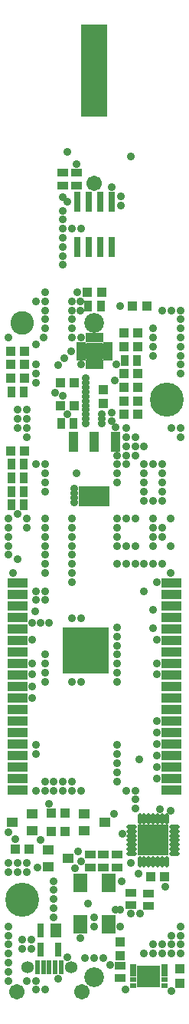
<source format=gbr>
G04 EAGLE Gerber RS-274X export*
G75*
%MOMM*%
%FSLAX34Y34*%
%LPD*%
%INSoldermask Top*%
%IPPOS*%
%AMOC8*
5,1,8,0,0,1.08239X$1,22.5*%
G01*
%ADD10R,1.182300X0.860600*%
%ADD11R,0.860600X1.182300*%
%ADD12R,1.295600X0.975000*%
%ADD13R,1.072900X1.132300*%
%ADD14R,2.203200X1.103200*%
%ADD15R,5.203200X5.203200*%
%ADD16R,0.792400X2.171700*%
%ADD17C,0.467200*%
%ADD18R,3.403200X3.403200*%
%ADD19R,2.903200X10.203200*%
%ADD20C,1.711200*%
%ADD21R,1.503200X2.003200*%
%ADD22R,1.137100X2.168300*%
%ADD23R,3.437100X2.168300*%
%ADD24R,0.603200X1.553200*%
%ADD25C,1.361200*%
%ADD26R,1.194700X1.501400*%
%ADD27R,0.792300X1.501400*%
%ADD28R,2.603200X2.413200*%
%ADD29R,0.703200X1.403200*%
%ADD30R,0.703200X0.603200*%
%ADD31C,2.183200*%
%ADD32C,3.753200*%
%ADD33C,2.593200*%
%ADD34R,1.132300X1.072900*%
%ADD35R,0.483200X1.003200*%
%ADD36R,1.003200X0.483200*%
%ADD37C,0.338975*%
%ADD38C,0.909600*%


D10*
X135000Y150037D03*
X135000Y163963D03*
D11*
X18037Y550000D03*
X31963Y550000D03*
X31963Y595000D03*
X18037Y595000D03*
D12*
X41125Y190500D03*
X41125Y209500D03*
X18875Y200000D03*
X98875Y209500D03*
X98875Y190500D03*
X121125Y200000D03*
D13*
X17203Y610000D03*
X32797Y610000D03*
X77797Y190000D03*
X62203Y190000D03*
X62203Y210000D03*
X77797Y210000D03*
D14*
X25000Y464300D03*
X25000Y451600D03*
X25000Y438900D03*
X25000Y426200D03*
X25000Y413500D03*
X25000Y400800D03*
X25000Y388100D03*
X25000Y375400D03*
X25000Y362700D03*
X25000Y350000D03*
X25000Y337300D03*
X25000Y324600D03*
X25000Y311900D03*
X25000Y299200D03*
X25000Y286500D03*
X25000Y273800D03*
X25000Y261100D03*
X25000Y248400D03*
X25000Y235700D03*
X195000Y235700D03*
X195000Y248400D03*
X195000Y261100D03*
X195000Y273800D03*
X195000Y286500D03*
X195000Y299200D03*
X195000Y311900D03*
X195000Y324600D03*
X195000Y337300D03*
X195000Y350000D03*
X195000Y362700D03*
X195000Y375400D03*
X195000Y388100D03*
X195000Y400800D03*
X195000Y413500D03*
X195000Y426200D03*
X195000Y438900D03*
X195000Y451600D03*
X195000Y464300D03*
D15*
X100000Y389300D03*
D16*
X90950Y835266D03*
X103650Y835266D03*
X116350Y835266D03*
X129050Y835266D03*
X129050Y884734D03*
X116350Y884734D03*
X103650Y884734D03*
X90950Y884734D03*
D17*
X147761Y195000D02*
X154813Y195000D01*
X154813Y190000D02*
X147761Y190000D01*
X147761Y185000D02*
X154813Y185000D01*
X154813Y180000D02*
X147761Y180000D01*
X147761Y175000D02*
X154813Y175000D01*
X154813Y170000D02*
X147761Y170000D01*
X147761Y165000D02*
X154813Y165000D01*
X160000Y159813D02*
X160000Y152761D01*
X165000Y152761D02*
X165000Y159813D01*
X170000Y159813D02*
X170000Y152761D01*
X175000Y152761D02*
X175000Y159813D01*
X180000Y159813D02*
X180000Y152761D01*
X185000Y152761D02*
X185000Y159813D01*
X190000Y159813D02*
X190000Y152761D01*
X195187Y165000D02*
X202239Y165000D01*
X202239Y170000D02*
X195187Y170000D01*
X195187Y175000D02*
X202239Y175000D01*
X202239Y180000D02*
X195187Y180000D01*
X195187Y185000D02*
X202239Y185000D01*
X202239Y190000D02*
X195187Y190000D01*
X195187Y195000D02*
X202239Y195000D01*
X190000Y200187D02*
X190000Y207239D01*
X185000Y207239D02*
X185000Y200187D01*
X180000Y200187D02*
X180000Y207239D01*
X175000Y207239D02*
X175000Y200187D01*
X170000Y200187D02*
X170000Y207239D01*
X165000Y207239D02*
X165000Y200187D01*
X160000Y200187D02*
X160000Y207239D01*
D18*
X175000Y180000D03*
D19*
X110000Y1030000D03*
D20*
X110000Y905000D03*
D13*
X187797Y140000D03*
X172203Y140000D03*
D10*
X120000Y150037D03*
X120000Y163963D03*
X90000Y903037D03*
X90000Y916963D03*
D21*
X94000Y87000D03*
X126000Y87000D03*
X126000Y133000D03*
X94000Y133000D03*
D10*
X150000Y108037D03*
X150000Y121963D03*
D12*
X58875Y169500D03*
X58875Y150500D03*
X81125Y160000D03*
D13*
X37797Y170000D03*
X22203Y170000D03*
D11*
X18037Y580000D03*
X31963Y580000D03*
X73037Y640000D03*
X86963Y640000D03*
X18037Y565000D03*
X31963Y565000D03*
D22*
X133000Y620226D03*
X110000Y620226D03*
X87000Y620226D03*
D23*
X110000Y559774D03*
D10*
X105000Y150037D03*
X105000Y163963D03*
D24*
X47000Y40000D03*
X53500Y40000D03*
X60000Y40000D03*
X66500Y40000D03*
X73000Y40000D03*
D20*
X24250Y12700D03*
X95750Y12700D03*
D25*
X84250Y40000D03*
X35750Y40000D03*
D26*
X67588Y80266D03*
D27*
X50400Y80266D03*
X50400Y59734D03*
X69600Y59734D03*
D13*
X32797Y690000D03*
X17203Y690000D03*
D11*
X18037Y675000D03*
X31963Y675000D03*
D13*
X17203Y705000D03*
X32797Y705000D03*
X17203Y720000D03*
X32797Y720000D03*
D28*
X170000Y30000D03*
D29*
X152500Y36100D03*
D30*
X152500Y26000D03*
X152500Y19900D03*
D29*
X187500Y36100D03*
D30*
X187500Y26000D03*
X187500Y19900D03*
D31*
X110000Y28900D03*
X110000Y751100D03*
D32*
X30000Y114000D03*
X190000Y666000D03*
D33*
X30000Y751100D03*
D10*
X138500Y28037D03*
X138500Y41963D03*
D34*
X138500Y52203D03*
X138500Y67797D03*
X204500Y37797D03*
X204500Y22203D03*
D10*
X170000Y107537D03*
X170000Y121463D03*
D35*
X117500Y735000D03*
X112500Y735000D03*
X107500Y735000D03*
X102500Y735000D03*
D36*
X95000Y727500D03*
X95000Y722500D03*
X95000Y717500D03*
X95000Y712500D03*
D35*
X102500Y705000D03*
X107500Y705000D03*
X112500Y705000D03*
X117500Y705000D03*
D36*
X125000Y712500D03*
X125000Y717500D03*
X125000Y722500D03*
X125000Y727500D03*
D37*
X102279Y727721D02*
X102279Y712279D01*
X102279Y727721D02*
X117721Y727721D01*
X117721Y712279D01*
X102279Y712279D01*
X102279Y715499D02*
X117721Y715499D01*
X117721Y718719D02*
X102279Y718719D01*
X102279Y721939D02*
X117721Y721939D01*
X117721Y725159D02*
X102279Y725159D01*
D11*
X116963Y770000D03*
X103037Y770000D03*
D13*
X142203Y725000D03*
X157797Y725000D03*
X142203Y740000D03*
X157797Y740000D03*
D11*
X143037Y710000D03*
X156963Y710000D03*
D13*
X72203Y660000D03*
X87797Y660000D03*
X72203Y685000D03*
X87797Y685000D03*
X142203Y650000D03*
X157797Y650000D03*
X157797Y680000D03*
X142203Y680000D03*
X157797Y695000D03*
X142203Y695000D03*
D34*
X120000Y662203D03*
X120000Y677797D03*
D13*
X157797Y665000D03*
X142203Y665000D03*
D10*
X75000Y903037D03*
X75000Y916963D03*
D13*
X117797Y785000D03*
X102203Y785000D03*
X167797Y770000D03*
X152203Y770000D03*
D38*
X35000Y535000D03*
X35000Y525000D03*
X45000Y455000D03*
X45000Y445000D03*
X55000Y445000D03*
X55000Y455000D03*
X88000Y553000D03*
X88000Y558000D03*
X88000Y563000D03*
X88000Y568000D03*
X90000Y585000D03*
X155000Y225000D03*
X182509Y213944D03*
X24944Y540000D03*
X24944Y490000D03*
X179000Y299000D03*
X145000Y235000D03*
X194000Y213000D03*
X159944Y269500D03*
X138500Y85000D03*
X40000Y60000D03*
X30000Y60000D03*
X30000Y70000D03*
X40000Y70000D03*
X150000Y155000D03*
X134000Y705000D03*
X132500Y687500D03*
X66056Y674000D03*
X50000Y420000D03*
X74869Y671000D03*
X41000Y401000D03*
X22000Y181000D03*
X60000Y220000D03*
X80000Y650000D03*
X59372Y420000D03*
X133000Y636000D03*
X95000Y705000D03*
X95000Y735000D03*
X129000Y901000D03*
X70000Y27000D03*
X47000Y150000D03*
X80000Y370000D03*
X85000Y370000D03*
X90000Y370000D03*
X95000Y370000D03*
X100000Y370000D03*
X100000Y375000D03*
X95000Y375000D03*
X90000Y375000D03*
X85000Y375000D03*
X80000Y375000D03*
X80000Y380000D03*
X85000Y380000D03*
X90000Y380000D03*
X95000Y380000D03*
X100000Y380000D03*
X100000Y385000D03*
X95000Y385000D03*
X90000Y385000D03*
X85000Y385000D03*
X80000Y385000D03*
X80000Y390000D03*
X85000Y390000D03*
X90000Y390000D03*
X95000Y390000D03*
X100000Y390000D03*
X100000Y395000D03*
X95000Y395000D03*
X90000Y395000D03*
X85000Y395000D03*
X80000Y395000D03*
X80000Y400000D03*
X85000Y400000D03*
X90000Y400000D03*
X95000Y400000D03*
X100000Y400000D03*
X100000Y405000D03*
X95000Y405000D03*
X90000Y405000D03*
X85000Y405000D03*
X80000Y405000D03*
X80000Y410000D03*
X85000Y410000D03*
X90000Y410000D03*
X95000Y410000D03*
X100000Y410000D03*
X20000Y475000D03*
X45000Y275000D03*
X45000Y285000D03*
X179000Y311500D03*
X179000Y363000D03*
X179000Y375500D03*
X179000Y401000D03*
X179000Y465000D03*
X41000Y375000D03*
X41000Y363000D03*
X41000Y350000D03*
X41000Y337000D03*
X65000Y95000D03*
X88500Y149000D03*
X141000Y187000D03*
X94100Y72100D03*
X110000Y85000D03*
X150000Y99000D03*
X160500Y99000D03*
X138500Y103000D03*
X102500Y110000D03*
X99800Y50300D03*
X186500Y191500D03*
X163500Y191500D03*
X163500Y168500D03*
X186500Y168500D03*
X175000Y180000D03*
X155000Y215000D03*
X15000Y495000D03*
X15000Y505000D03*
X35000Y625000D03*
X194000Y475000D03*
X179000Y248000D03*
X179000Y260500D03*
X179000Y273500D03*
X179000Y286500D03*
X131500Y209500D03*
X155000Y235000D03*
X65000Y105000D03*
X65000Y115000D03*
X65000Y125000D03*
X65000Y135000D03*
X15000Y145000D03*
X25000Y145000D03*
X35000Y145000D03*
X35000Y155000D03*
X25000Y155000D03*
X15000Y155000D03*
X80000Y940000D03*
X55000Y245000D03*
X65000Y245000D03*
X75000Y245000D03*
X85000Y245000D03*
X44000Y432500D03*
X165000Y454500D03*
X175000Y434500D03*
X92000Y168000D03*
X40700Y420000D03*
X195000Y14000D03*
X175000Y414500D03*
X205000Y65000D03*
X195000Y65000D03*
X195000Y75000D03*
X185000Y65000D03*
X205000Y85000D03*
X205000Y75000D03*
X175000Y65000D03*
X175000Y55000D03*
X165000Y55000D03*
X185000Y55000D03*
X195000Y55000D03*
X205000Y55000D03*
X80000Y51000D03*
X15000Y85000D03*
X15000Y75000D03*
X15000Y65000D03*
X15000Y55000D03*
X15000Y45000D03*
X15000Y35000D03*
X15000Y25000D03*
X35000Y25000D03*
X45000Y25000D03*
X45000Y15000D03*
X55000Y15000D03*
X109800Y50300D03*
X119800Y50300D03*
X110000Y95000D03*
X158500Y143000D03*
X133500Y103000D03*
X50000Y180000D03*
X15000Y189000D03*
X45000Y235000D03*
X55000Y235000D03*
X65000Y235000D03*
X75000Y235000D03*
X85000Y235000D03*
X95000Y235000D03*
X135000Y245000D03*
X135000Y255000D03*
X135000Y265000D03*
X135000Y275000D03*
X135000Y285000D03*
X139000Y891000D03*
X139000Y881000D03*
X90000Y926000D03*
X75000Y875000D03*
X75000Y865000D03*
X75000Y855000D03*
X85000Y855000D03*
X95000Y855000D03*
X185000Y765000D03*
X75000Y845000D03*
X75000Y835000D03*
X75000Y825000D03*
X75000Y815000D03*
X55000Y785000D03*
X55000Y765000D03*
X55000Y775000D03*
X45000Y775000D03*
X55000Y755000D03*
X55000Y745000D03*
X15000Y735000D03*
X45000Y705000D03*
X45000Y695000D03*
X45000Y685000D03*
X25000Y655000D03*
X35000Y655000D03*
X35000Y645000D03*
X25000Y645000D03*
X25000Y635000D03*
X35000Y635000D03*
X15000Y515000D03*
X15000Y525000D03*
X15000Y535000D03*
X55000Y565000D03*
X55000Y575000D03*
X55000Y585000D03*
X55000Y595000D03*
X45000Y595000D03*
X55000Y525000D03*
X55000Y535000D03*
X55000Y515000D03*
X55000Y505000D03*
X55000Y495000D03*
X55000Y485000D03*
X55000Y475000D03*
X175000Y715000D03*
X175000Y725000D03*
X175000Y735000D03*
X175000Y745000D03*
X205000Y705000D03*
X205000Y715000D03*
X205000Y725000D03*
X205000Y735000D03*
X205000Y745000D03*
X205000Y755000D03*
X205000Y695000D03*
X205000Y765000D03*
X138000Y770000D03*
X195000Y765000D03*
X129000Y652000D03*
X129000Y643000D03*
X145000Y635000D03*
X155000Y625000D03*
X145000Y625000D03*
X145000Y615000D03*
X155000Y615000D03*
X165000Y615000D03*
X135000Y605000D03*
X135000Y595000D03*
X135000Y585000D03*
X135000Y575000D03*
X145000Y605000D03*
X145000Y595000D03*
X155000Y605000D03*
X94000Y775000D03*
X94000Y765000D03*
X91000Y785000D03*
X105000Y724000D03*
X105000Y715000D03*
X53500Y735000D03*
X45000Y727500D03*
X84500Y720000D03*
X76500Y712500D03*
X85000Y735000D03*
X85000Y745000D03*
X85000Y755000D03*
X85000Y765000D03*
X85000Y775000D03*
X85000Y475000D03*
X85000Y485000D03*
X85000Y495000D03*
X85000Y505000D03*
X85000Y525000D03*
X85000Y515000D03*
X85000Y535000D03*
X85000Y465000D03*
X55000Y385000D03*
X55000Y375000D03*
X55000Y365000D03*
X55000Y355000D03*
X155000Y535000D03*
X145000Y535000D03*
X135000Y535000D03*
X135000Y525000D03*
X135000Y515000D03*
X135000Y505000D03*
X145000Y505000D03*
X155000Y505000D03*
X194500Y535000D03*
X185000Y525000D03*
X185000Y515000D03*
X194500Y505000D03*
X175000Y515000D03*
X175000Y505000D03*
X175000Y525000D03*
X175000Y535000D03*
X135000Y485000D03*
X145000Y485000D03*
X155000Y485000D03*
X165000Y485000D03*
X175000Y485000D03*
X185000Y485000D03*
X135000Y415000D03*
X135000Y405000D03*
X135000Y395000D03*
X135000Y385000D03*
X135000Y375000D03*
X135000Y365000D03*
X135000Y355000D03*
X95000Y355000D03*
X85000Y355000D03*
X85000Y425000D03*
X95000Y425000D03*
X185000Y595000D03*
X185000Y585000D03*
X185000Y575000D03*
X185000Y565000D03*
X185000Y555000D03*
X175000Y555000D03*
X165000Y555000D03*
X165000Y565000D03*
X165000Y575000D03*
X165000Y585000D03*
X165000Y595000D03*
X175000Y595000D03*
X205000Y625000D03*
X205000Y635000D03*
X195000Y635000D03*
X188000Y129000D03*
X95000Y157000D03*
X150500Y934500D03*
X140000Y135000D03*
X75000Y890000D03*
X80000Y885000D03*
X100000Y690000D03*
X100000Y685000D03*
X100000Y680000D03*
X100000Y675000D03*
X100000Y670000D03*
X100000Y665000D03*
X100000Y660000D03*
X100000Y655000D03*
X100000Y650000D03*
X100000Y645000D03*
X100000Y640000D03*
X118000Y640000D03*
X118000Y645000D03*
X118000Y650000D03*
X69580Y704645D03*
X144500Y15500D03*
X127500Y42000D03*
M02*

</source>
